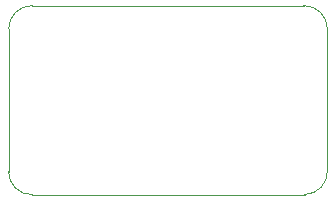
<source format=gm1>
G04 #@! TF.GenerationSoftware,KiCad,Pcbnew,(6.0.0)*
G04 #@! TF.CreationDate,2023-12-03T01:04:50-08:00*
G04 #@! TF.ProjectId,8BitSerialDACBoard,38426974-5365-4726-9961-6c444143426f,rev?*
G04 #@! TF.SameCoordinates,Original*
G04 #@! TF.FileFunction,Profile,NP*
%FSLAX46Y46*%
G04 Gerber Fmt 4.6, Leading zero omitted, Abs format (unit mm)*
G04 Created by KiCad (PCBNEW (6.0.0)) date 2023-12-03 01:04:50*
%MOMM*%
%LPD*%
G01*
G04 APERTURE LIST*
G04 #@! TA.AperFunction,Profile*
%ADD10C,0.100000*%
G04 #@! TD*
G04 APERTURE END LIST*
D10*
X151780000Y-103540000D02*
G75*
G03*
X153720000Y-101510000I-29322J1970017D01*
G01*
X126720000Y-101600000D02*
G75*
G03*
X128714214Y-103550000I1944982J-5633D01*
G01*
X128724214Y-87539999D02*
G75*
G03*
X126720000Y-89524214I-15758J-1988398D01*
G01*
X153720000Y-89540000D02*
G75*
G03*
X151720000Y-87540000I-2000000J0D01*
G01*
X126720000Y-101600000D02*
X126720000Y-89524214D01*
X151780000Y-103540000D02*
X128714214Y-103550000D01*
X153720000Y-89540000D02*
X153720000Y-101510000D01*
X128724214Y-87540000D02*
X151720000Y-87540000D01*
M02*

</source>
